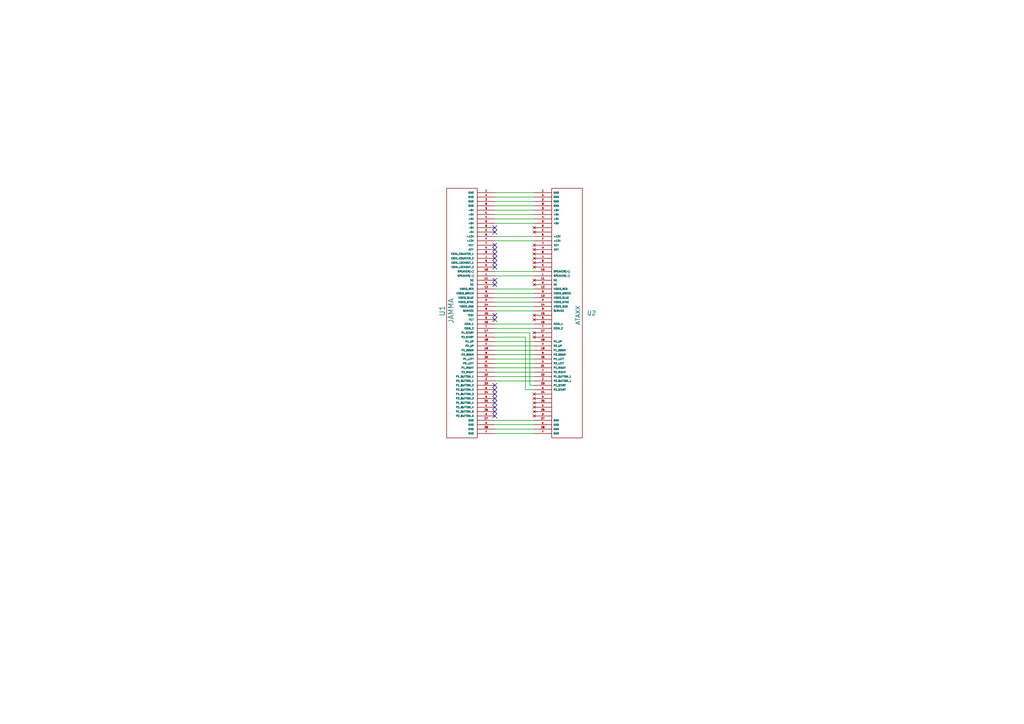
<source format=kicad_sch>
(kicad_sch (version 20230121) (generator eeschema)
  (paper "A4")
  (lib_symbols
    (symbol "Jamma:ATAXX"
      (property "Reference" "U2" (at 0.635 -5.08 90))
      (property "Value" "ATAXX" (at 0 -2.54 0))
      (symbol "ATAXX_0_1"
        (rectangle (start -35.56 5.08) (end 36.83 -3.81))
        (pin input line (at -2.54 10.16 270) (length 5.0038) (name "COIN_1") (number "16"))
        (pin input line (at -7.62 10.16 270) (length 5.0038) (name "P1_UP") (number "18"))
        (pin input line (at -10.16 10.16 270) (length 5.0038) (name "P1_DOWN") (number "19"))
        (pin input line (at -12.7 10.16 270) (length 5.0038) (name "P1_LEFT") (number "20"))
        (pin input line (at -15.24 10.16 270) (length 5.0038) (name "P1_RIGHT") (number "21"))
        (pin input line (at -17.78 10.16 270) (length 5.0038) (name "P1_BUTTON_1") (number "22"))
        (pin power_out line (at -30.48 10.16 270) (length 5.0038) (name "GND") (number "27"))
        (pin power_out line (at -33.02 10.16 270) (length 5.0038) (name "GND") (number "28"))
        (pin input line (at -3.81 10.16 270) (length 5.0038) (name "COIN_2") (number "T"))
        (pin input line (at -8.89 10.16 270) (length 5.0038) (name "P2_UP") (number "V"))
        (pin input line (at -11.43 10.16 270) (length 5.0038) (name "P2_DOWN") (number "W"))
        (pin input line (at -13.97 10.16 270) (length 5.0038) (name "P2_LEFT") (number "X"))
        (pin input line (at -16.51 10.16 270) (length 5.0038) (name "P2_RIGHT") (number "Y"))
        (pin input line (at -19.05 10.16 270) (length 5.0038) (name "P2_BUTTON_1") (number "Z"))
        (pin power_out line (at -31.75 10.16 270) (length 5.0038) (name "GND") (number "e"))
        (pin power_out line (at -34.29 10.16 270) (length 5.0038) (name "GND") (number "f"))
      )
      (symbol "ATAXX_1_1"
        (pin power_out line (at 35.56 10.16 270) (length 5.0038) (name "GND") (number "1"))
        (pin output line (at 12.7 10.16 270) (length 5.0038) (name "SPEAKER(+)") (number "10"))
        (pin no_connect line (at 10.16 10.16 270) (length 5.0038) (name "NC") (number "11"))
        (pin output line (at 7.62 10.16 270) (length 5.0038) (name "VIDEO_RED") (number "12"))
        (pin output line (at 5.08 10.16 270) (length 5.0038) (name "VIDEO_BLUE") (number "13"))
        (pin power_out line (at 2.54 10.16 270) (length 5.0038) (name "VIDEO_GND") (number "14"))
        (pin no_connect line (at 0 10.16 270) (length 5.0038) (name "") (number "15"))
        (pin no_connect line (at -5.08 10.16 270) (length 5.0038) (name "") (number "17"))
        (pin power_out line (at 33.02 10.16 270) (length 5.0038) (name "GND") (number "2"))
        (pin input line (at -20.32 10.16 270) (length 5.0038) (name "P1_START") (number "23"))
        (pin no_connect line (at -22.86 10.16 270) (length 5.0038) (name "") (number "24"))
        (pin no_connect line (at -25.4 10.16 270) (length 5.0038) (name "") (number "25"))
        (pin no_connect line (at -27.94 10.16 270) (length 5.0038) (name "") (number "26"))
        (pin power_in line (at 30.48 10.16 270) (length 5.0038) (name "+5V") (number "3"))
        (pin power_in line (at 27.94 10.16 270) (length 5.0038) (name "+5V") (number "4"))
        (pin no_connect line (at 25.4 10.16 270) (length 5.0038) (name "") (number "5"))
        (pin power_in line (at 22.86 10.16 270) (length 5.0038) (name "+12V") (number "6"))
        (pin no_connect line (at 20.32 10.16 270) (length 5.08) (name "KEY") (number "7"))
        (pin no_connect line (at 17.78 10.16 270) (length 5.0038) (name "") (number "8"))
        (pin no_connect line (at 15.24 10.16 270) (length 5.0038) (name "") (number "9"))
        (pin power_out line (at 34.29 10.16 270) (length 5.0038) (name "GND") (number "A"))
        (pin power_out line (at 31.75 10.16 270) (length 5.0038) (name "GND") (number "B"))
        (pin power_in line (at 29.21 10.16 270) (length 5.0038) (name "+5V") (number "C"))
        (pin power_in line (at 26.67 10.16 270) (length 5.0038) (name "+5V") (number "D"))
        (pin no_connect line (at 24.13 10.16 270) (length 5.0038) (name "") (number "E"))
        (pin power_in line (at 21.59 10.16 270) (length 5.0038) (name "+12V") (number "F"))
        (pin no_connect line (at 19.05 10.16 270) (length 5.08) (name "KEY") (number "H"))
        (pin no_connect line (at 16.51 10.16 270) (length 5.0038) (name "") (number "J"))
        (pin no_connect line (at 13.97 10.16 270) (length 5.0038) (name "") (number "K"))
        (pin output line (at 11.43 10.16 270) (length 5.0038) (name "SPEAKER(-)") (number "L"))
        (pin no_connect line (at 8.89 10.16 270) (length 5.0038) (name "NC") (number "M"))
        (pin output line (at 6.35 10.16 270) (length 5.0038) (name "VIDEO_GREEN") (number "N"))
        (pin output line (at 3.81 10.16 270) (length 5.0038) (name "VIDEO_SYNC") (number "P"))
        (pin input line (at 1.27 10.16 270) (length 5.0038) (name "SERVICE") (number "R"))
        (pin no_connect line (at -1.27 10.16 270) (length 5.0038) (name "") (number "S"))
        (pin no_connect line (at -6.35 10.16 270) (length 5.0038) (name "") (number "U"))
        (pin input line (at -21.59 10.16 270) (length 5.0038) (name "P2_START") (number "a"))
        (pin no_connect line (at -24.13 10.16 270) (length 5.0038) (name "") (number "b"))
        (pin no_connect line (at -26.67 10.16 270) (length 5.0038) (name "") (number "c"))
        (pin no_connect line (at -29.21 10.16 270) (length 5.0038) (name "") (number "d"))
      )
    )
    (symbol "jamma-streamer-rescue:JAMMA" (pin_names (offset 1.016))
      (property "Reference" "U" (at 0 -7.62 0))
      (property "Value" "JAMMA" (at 0 -5.08 0))
      (symbol "JAMMA_0_1"
        (rectangle (start -35.56 -6.35) (end 36.83 2.54))
        (pin input line (at 1.27 7.62 270) (length 5.0038) (name "TEST") (number "15"))
        (pin input line (at 3.81 7.62 270) (length 5.0038) (name "COIN_1") (number "16"))
        (pin input line (at 6.35 7.62 270) (length 5.0038) (name "P1_START") (number "17"))
        (pin input line (at 8.89 7.62 270) (length 5.0038) (name "P1_UP") (number "18"))
        (pin input line (at 11.43 7.62 270) (length 5.0038) (name "P1_DOWN") (number "19"))
        (pin input line (at 13.97 7.62 270) (length 5.0038) (name "P1_LEFT") (number "20"))
        (pin input line (at 16.51 7.62 270) (length 5.0038) (name "P1_RIGHT") (number "21"))
        (pin input line (at 19.05 7.62 270) (length 5.0038) (name "P1_BUTTON_1") (number "22"))
        (pin input line (at 21.59 7.62 270) (length 5.0038) (name "P1_BUTTON_2") (number "23"))
        (pin input line (at 24.13 7.62 270) (length 5.0038) (name "P1_BUTTON_3") (number "24"))
        (pin input line (at 26.67 7.62 270) (length 5.0038) (name "P1_BUTTON_4") (number "25"))
        (pin input line (at 29.21 7.62 270) (length 5.0038) (name "P1_BUTTON_5") (number "26"))
        (pin power_out line (at 31.75 7.62 270) (length 5.0038) (name "GND") (number "27"))
        (pin power_out line (at 34.29 7.62 270) (length 5.0038) (name "GND") (number "28"))
        (pin input line (at 2.54 7.62 270) (length 5.0038) (name "TILT") (number "S"))
        (pin input line (at 5.08 7.62 270) (length 5.0038) (name "COIN_2") (number "T"))
        (pin input line (at 7.62 7.62 270) (length 5.0038) (name "P2_START") (number "U"))
        (pin input line (at 10.16 7.62 270) (length 5.0038) (name "P2_UP") (number "V"))
        (pin input line (at 12.7 7.62 270) (length 5.0038) (name "P2_DOWN") (number "W"))
        (pin input line (at 15.24 7.62 270) (length 5.0038) (name "P2_LEFT") (number "X"))
        (pin input line (at 17.78 7.62 270) (length 5.0038) (name "P2_RIGHT") (number "Y"))
        (pin input line (at 20.32 7.62 270) (length 5.0038) (name "P2_BUTTON_1") (number "Z"))
        (pin input line (at 22.86 7.62 270) (length 5.0038) (name "P2_BUTTON_2") (number "a"))
        (pin input line (at 25.4 7.62 270) (length 5.0038) (name "P2_BUTTON_3") (number "b"))
        (pin input line (at 27.94 7.62 270) (length 5.0038) (name "P2_BUTTON_4") (number "c"))
        (pin input line (at 30.48 7.62 270) (length 5.0038) (name "P2_BUTTON_5") (number "d"))
        (pin power_out line (at 33.02 7.62 270) (length 5.0038) (name "GND") (number "e"))
        (pin power_out line (at 35.56 7.62 270) (length 5.0038) (name "GND") (number "f"))
      )
      (symbol "JAMMA_1_1"
        (pin power_out line (at -34.29 7.62 270) (length 5.0038) (name "GND") (number "1"))
        (pin output line (at -11.43 7.62 270) (length 5.0038) (name "SPEAKER(+)") (number "10"))
        (pin output line (at -8.89 7.62 270) (length 5.0038) (name "NC") (number "11"))
        (pin output line (at -6.35 7.62 270) (length 5.0038) (name "VIDEO_RED") (number "12"))
        (pin output line (at -3.81 7.62 270) (length 5.0038) (name "VIDEO_BLUE") (number "13"))
        (pin power_out line (at -1.27 7.62 270) (length 5.0038) (name "VIDEO_GND") (number "14"))
        (pin power_out line (at -31.75 7.62 270) (length 5.0038) (name "GND") (number "2"))
        (pin power_in line (at -29.21 7.62 270) (length 5.0038) (name "+5V") (number "3"))
        (pin power_in line (at -26.67 7.62 270) (length 5.0038) (name "+5V") (number "4"))
        (pin power_in line (at -24.13 7.62 270) (length 5.0038) (name "-5V") (number "5"))
        (pin power_in line (at -21.59 7.62 270) (length 5.0038) (name "+12V") (number "6"))
        (pin bidirectional line (at -19.05 7.62 270) (length 5.08) (name "KEY") (number "7"))
        (pin output line (at -16.51 7.62 270) (length 5.0038) (name "COIN_COUNTER_1") (number "8"))
        (pin output line (at -13.97 7.62 270) (length 5.0038) (name "COIN_LOCKOUT_1") (number "9"))
        (pin power_out line (at -33.02 7.62 270) (length 5.0038) (name "GND") (number "A"))
        (pin power_out line (at -30.48 7.62 270) (length 5.0038) (name "GND") (number "B"))
        (pin power_in line (at -27.94 7.62 270) (length 5.0038) (name "+5V") (number "C"))
        (pin power_in line (at -25.4 7.62 270) (length 5.0038) (name "+5V") (number "D"))
        (pin power_in line (at -22.86 7.62 270) (length 5.0038) (name "-5V") (number "E"))
        (pin power_in line (at -20.32 7.62 270) (length 5.0038) (name "+12V") (number "F"))
        (pin bidirectional line (at -17.78 7.62 270) (length 5.08) (name "KEY") (number "H"))
        (pin output line (at -15.24 7.62 270) (length 5.0038) (name "COIN_COUNTER_2") (number "J"))
        (pin output line (at -12.7 7.62 270) (length 5.0038) (name "COIN_LOCKOUT_2") (number "K"))
        (pin output line (at -10.16 7.62 270) (length 5.0038) (name "SPEAKER(-)") (number "L"))
        (pin input line (at -7.62 7.62 270) (length 5.0038) (name "NC") (number "M"))
        (pin output line (at -5.08 7.62 270) (length 5.0038) (name "VIDEO_GREEN") (number "N"))
        (pin output line (at -2.54 7.62 270) (length 5.0038) (name "VIDEO_SYNC") (number "P"))
        (pin input line (at 0 7.62 270) (length 5.0038) (name "SERVICE") (number "R"))
      )
    )
  )
  (no_connect (at 143.51 77.47))
  (no_connect (at 143.51 76.2))
  (no_connect (at 143.51 115.57))
  (no_connect (at 143.51 119.38))
  (no_connect (at 143.51 74.93))
  (no_connect (at 143.51 71.12))
  (no_connect (at 143.51 82.55))
  (no_connect (at 143.51 120.65))
  (no_connect (at 143.51 114.3))
  (no_connect (at 143.51 72.39))
  (no_connect (at 143.51 113.03))
  (no_connect (at 143.51 66.04))
  (no_connect (at 143.51 73.66))
  (no_connect (at 143.51 111.76))
  (no_connect (at 143.51 67.31))
  (no_connect (at 143.51 116.84))
  (no_connect (at 143.51 118.11))
  (no_connect (at 143.51 91.44))
  (no_connect (at 143.51 81.28))
  (no_connect (at 143.51 92.71))
  (wire (pts (xy 143.51 80.01) (xy 154.94 80.01)))
  (wire (pts (xy 143.51 96.52) (xy 153.67 96.52)))
  (wire (pts (xy 143.51 68.58) (xy 154.94 68.58)))
  (wire (pts (xy 143.51 101.6) (xy 154.94 101.6)))
  (wire (pts (xy 143.51 90.17) (xy 154.94 90.17)))
  (wire (pts (xy 143.51 60.96) (xy 154.94 60.96)))
  (wire (pts (xy 143.51 87.63) (xy 154.94 87.63)))
  (wire (pts (xy 143.51 58.42) (xy 154.94 58.42)))
  (wire (pts (xy 143.51 93.98) (xy 154.94 93.98)))
  (wire (pts (xy 143.51 123.19) (xy 154.94 123.19)))
  (wire (pts (xy 143.51 97.79) (xy 152.4 97.79)))
  (wire (pts (xy 143.51 102.87) (xy 154.94 102.87)))
  (wire (pts (xy 143.51 104.14) (xy 154.94 104.14)))
  (wire (pts (xy 143.51 55.88) (xy 154.94 55.88)))
  (wire (pts (xy 143.51 88.9) (xy 154.94 88.9)))
  (wire (pts (xy 143.51 105.41) (xy 154.94 105.41)))
  (wire (pts (xy 143.51 78.74) (xy 154.94 78.74)))
  (wire (pts (xy 143.51 109.22) (xy 154.94 109.22)))
  (wire (pts (xy 152.4 97.79) (xy 152.4 113.03)))
  (wire (pts (xy 143.51 100.33) (xy 154.94 100.33)))
  (wire (pts (xy 143.51 121.92) (xy 154.94 121.92)))
  (wire (pts (xy 143.51 59.69) (xy 154.94 59.69)))
  (wire (pts (xy 143.51 106.68) (xy 154.94 106.68)))
  (wire (pts (xy 143.51 64.77) (xy 154.94 64.77)))
  (wire (pts (xy 143.51 107.95) (xy 154.94 107.95)))
  (wire (pts (xy 143.51 63.5) (xy 154.94 63.5)))
  (wire (pts (xy 143.51 69.85) (xy 154.94 69.85)))
  (wire (pts (xy 143.51 62.23) (xy 154.94 62.23)))
  (wire (pts (xy 143.51 83.82) (xy 154.94 83.82)))
  (wire (pts (xy 143.51 110.49) (xy 154.94 110.49)))
  (wire (pts (xy 143.51 99.06) (xy 154.94 99.06)))
  (wire (pts (xy 143.51 57.15) (xy 154.94 57.15)))
  (wire (pts (xy 143.51 86.36) (xy 154.94 86.36)))
  (wire (pts (xy 143.51 95.25) (xy 154.94 95.25)))
  (wire (pts (xy 152.4 113.03) (xy 154.94 113.03)))
  (wire (pts (xy 143.51 124.46) (xy 154.94 124.46)))
  (wire (pts (xy 143.51 125.73) (xy 154.94 125.73)))
  (wire (pts (xy 153.67 96.52) (xy 153.67 111.76)))
  (wire (pts (xy 153.67 111.76) (xy 154.94 111.76)))
  (wire (pts (xy 143.51 85.09) (xy 154.94 85.09)))
  (symbol (lib_id "Jamma:ATAXX") (at 165.1 91.44 90) (unit 1)
    (property "Reference" "U2" (at 170.18 90.805 90) (effects (justify right)))
    (property "Value" "ATAXX" (at 167.64 91.44 0))
    (property "Footprint" "Jamma:JAMMA" (effects hide))
  )
  (symbol (lib_id "jamma-streamer-rescue:JAMMA") (at 135.89 90.17 270) (unit 1)
    (property "Reference" "U1" (at 128.27 90.17 0) (effects (font (size 1.524 1.524))))
    (property "Value" "JAMMA" (at 130.81 90.17 0) (effects (font (size 1.524 1.524))))
    (property "Footprint" "Jamma:JAMMA" (effects hide))
  )
)
</source>
